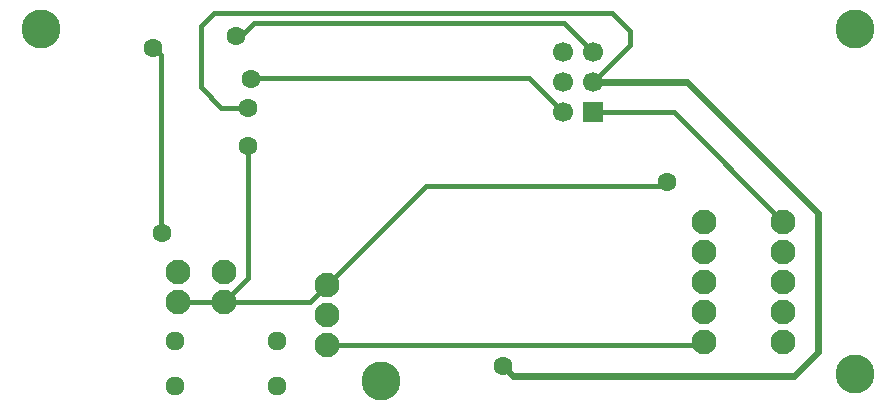
<source format=gbr>
%TF.GenerationSoftware,KiCad,Pcbnew,9.0.6*%
%TF.CreationDate,2026-01-13T16:21:38+05:30*%
%TF.ProjectId,Pen_Plotter,50656e5f-506c-46f7-9474-65722e6b6963,rev?*%
%TF.SameCoordinates,Original*%
%TF.FileFunction,Copper,L2,Bot*%
%TF.FilePolarity,Positive*%
%FSLAX46Y46*%
G04 Gerber Fmt 4.6, Leading zero omitted, Abs format (unit mm)*
G04 Created by KiCad (PCBNEW 9.0.6) date 2026-01-13 16:21:38*
%MOMM*%
%LPD*%
G01*
G04 APERTURE LIST*
G04 Aperture macros list*
%AMFreePoly0*
4,1,33,0.232228,0.765552,0.377117,0.705537,0.507515,0.618408,0.618408,0.507515,0.705537,0.377117,0.765552,0.232228,0.796148,0.078414,0.796148,-0.078414,0.765552,-0.232228,0.705537,-0.377117,0.618408,-0.507515,0.507515,-0.618408,0.377117,-0.705537,0.232228,-0.765552,0.078414,-0.796148,-0.078414,-0.796148,-0.232228,-0.765552,-0.377117,-0.705537,-0.507515,-0.618408,-0.618408,-0.507515,
-0.705537,-0.377117,-0.765552,-0.232228,-0.796148,-0.078414,-0.796148,0.078414,-0.765552,0.232228,-0.705537,0.377117,-0.618408,0.507515,-0.507515,0.618408,-0.377117,0.705537,-0.232228,0.765552,-0.078414,0.796148,0.078414,0.796148,0.232228,0.765552,0.232228,0.765552,$1*%
G04 Aperture macros list end*
%TA.AperFunction,ComponentPad*%
%ADD10C,3.300000*%
%TD*%
%TA.AperFunction,ComponentPad*%
%ADD11R,1.700000X1.700000*%
%TD*%
%TA.AperFunction,ComponentPad*%
%ADD12C,1.700000*%
%TD*%
%TA.AperFunction,ComponentPad*%
%ADD13C,2.100000*%
%TD*%
%TA.AperFunction,ComponentPad*%
%ADD14FreePoly0,0.000000*%
%TD*%
%TA.AperFunction,ViaPad*%
%ADD15C,1.600000*%
%TD*%
%TA.AperFunction,Conductor*%
%ADD16C,0.400000*%
%TD*%
%TA.AperFunction,Conductor*%
%ADD17C,0.600000*%
%TD*%
G04 APERTURE END LIST*
D10*
%TO.P,H2,*%
%TO.N,*%
X127590000Y-94710000D03*
%TD*%
%TO.P,H3,*%
%TO.N,*%
X58620000Y-94710000D03*
%TD*%
%TO.P,H4,*%
%TO.N,*%
X87430000Y-124520000D03*
%TD*%
%TO.P,H1,*%
%TO.N,*%
X127590000Y-123970000D03*
%TD*%
D11*
%TO.P,J4,1,Pin_1*%
%TO.N,PWR_5V*%
X105370000Y-101790000D03*
D12*
%TO.P,J4,2,Pin_2*%
%TO.N,EN*%
X102830000Y-101790000D03*
%TO.P,J4,3,Pin_3*%
%TO.N,GPIO0*%
X105370000Y-99250000D03*
%TO.P,J4,4,Pin_4*%
%TO.N,TX*%
X102830000Y-99250000D03*
%TO.P,J4,5,Pin_5*%
%TO.N,PWR_GND*%
X105370000Y-96710000D03*
%TO.P,J4,6,Pin_6*%
%TO.N,RX*%
X102830000Y-96710000D03*
%TD*%
D13*
%TO.P,J3,1,Pin_1*%
%TO.N,PWR_5V*%
X114730000Y-121200000D03*
%TO.P,J3,2,Pin_2*%
%TO.N,OUT8*%
X114730000Y-118660000D03*
%TO.P,J3,3,Pin_3*%
%TO.N,OUT7*%
X114730000Y-116120000D03*
%TO.P,J3,4,Pin_4*%
%TO.N,OUT6*%
X114730000Y-113580000D03*
%TO.P,J3,5,Pin_5*%
%TO.N,OUT5*%
X114730000Y-111040000D03*
%TD*%
%TO.P,J7,1,Pin_1*%
%TO.N,PWR_GND*%
X82840000Y-116450000D03*
%TO.P,J7,2,Pin_2*%
%TO.N,Servo*%
X82840000Y-118990000D03*
%TO.P,J7,3,Pin_3*%
%TO.N,PWR_5V*%
X82840000Y-121530000D03*
%TD*%
%TO.P,J5,1,Pin_1*%
%TO.N,Y Lim*%
X74140000Y-115330000D03*
%TO.P,J5,2,Pin_2*%
%TO.N,PWR_GND*%
X74140000Y-117870000D03*
%TD*%
D14*
%TO.P,J1,S1,SHIELD*%
%TO.N,PWR_GND*%
X69940000Y-121180000D03*
%TO.P,J1,S2,SHIELD__1*%
X78580000Y-121180000D03*
%TO.P,J1,S3,SHIELD__2*%
X69940000Y-124980000D03*
%TO.P,J1,S4,SHIELD__3*%
X78580000Y-124980000D03*
%TD*%
D13*
%TO.P,J6,1,Pin_1*%
%TO.N,X Lim*%
X70220000Y-115320000D03*
%TO.P,J6,2,Pin_2*%
%TO.N,PWR_GND*%
X70220000Y-117860000D03*
%TD*%
%TO.P,J2,1,Pin_1*%
%TO.N,PWR_5V*%
X121470000Y-111050000D03*
%TO.P,J2,2,Pin_2*%
%TO.N,OUT4*%
X121470000Y-113590000D03*
%TO.P,J2,3,Pin_3*%
%TO.N,OUT3*%
X121470000Y-116130000D03*
%TO.P,J2,4,Pin_4*%
%TO.N,OUT2*%
X121470000Y-118670000D03*
%TO.P,J2,5,Pin_5*%
%TO.N,OUT1*%
X121470000Y-121210000D03*
%TD*%
D15*
%TO.N,PWR_GND*%
X111620000Y-107690000D03*
X75130000Y-95360000D03*
X76180000Y-104620000D03*
%TO.N,VDD*%
X68890000Y-111980000D03*
X68140000Y-96320000D03*
%TO.N,EN*%
X76371767Y-99000234D03*
%TO.N,GPIO0*%
X97790000Y-123300000D03*
X76200000Y-101410000D03*
%TD*%
D16*
%TO.N,PWR_GND*%
X74140000Y-117870000D02*
X81420000Y-117870000D01*
X76244166Y-94695834D02*
X76244166Y-94660000D01*
X76180000Y-115830000D02*
X74140000Y-117870000D01*
X75580000Y-95360000D02*
X76244166Y-94695834D01*
X75130000Y-95360000D02*
X75580000Y-95360000D01*
X76180000Y-104620000D02*
X76180000Y-115830000D01*
X76244166Y-94660000D02*
X76634166Y-94270000D01*
X70220000Y-117860000D02*
X74130000Y-117860000D01*
X76634166Y-94270000D02*
X102930000Y-94270000D01*
X111240000Y-108070000D02*
X91220000Y-108070000D01*
X81420000Y-117870000D02*
X82840000Y-116450000D01*
X74130000Y-117860000D02*
X74140000Y-117870000D01*
X91220000Y-108070000D02*
X82840000Y-116450000D01*
X102930000Y-94270000D02*
X105370000Y-96710000D01*
X111620000Y-107690000D02*
X111240000Y-108070000D01*
%TO.N,VDD*%
X68140000Y-96320000D02*
X68780000Y-96960000D01*
X68780000Y-96960000D02*
X68780000Y-111870000D01*
X68780000Y-111870000D02*
X68890000Y-111980000D01*
%TO.N,EN*%
X76480001Y-98892000D02*
X99932000Y-98892000D01*
X76371767Y-99000234D02*
X76480001Y-98892000D01*
X99932000Y-98892000D02*
X102830000Y-101790000D01*
%TO.N,PWR_5V*%
X82840000Y-121530000D02*
X114400000Y-121530000D01*
X105370000Y-101790000D02*
X112210000Y-101790000D01*
X114400000Y-121530000D02*
X114730000Y-121200000D01*
X112210000Y-101790000D02*
X121470000Y-111050000D01*
D17*
%TO.N,GPIO0*%
X124440000Y-122100000D02*
X124440000Y-110340000D01*
D16*
X73910000Y-101410000D02*
X72160000Y-99660000D01*
X106970000Y-93360000D02*
X108540000Y-94930000D01*
D17*
X122430000Y-124110000D02*
X124440000Y-122100000D01*
X124440000Y-110340000D02*
X113350000Y-99250000D01*
X98600000Y-124110000D02*
X122430000Y-124110000D01*
D16*
X108540000Y-94930000D02*
X108540000Y-96080000D01*
X76200000Y-101410000D02*
X73910000Y-101410000D01*
D17*
X113350000Y-99250000D02*
X105370000Y-99250000D01*
D16*
X108540000Y-96080000D02*
X105370000Y-99250000D01*
X72160000Y-99660000D02*
X72160000Y-94450000D01*
X73250000Y-93360000D02*
X106970000Y-93360000D01*
D17*
X97790000Y-123300000D02*
X98600000Y-124110000D01*
D16*
X72160000Y-94450000D02*
X73250000Y-93360000D01*
%TD*%
M02*

</source>
